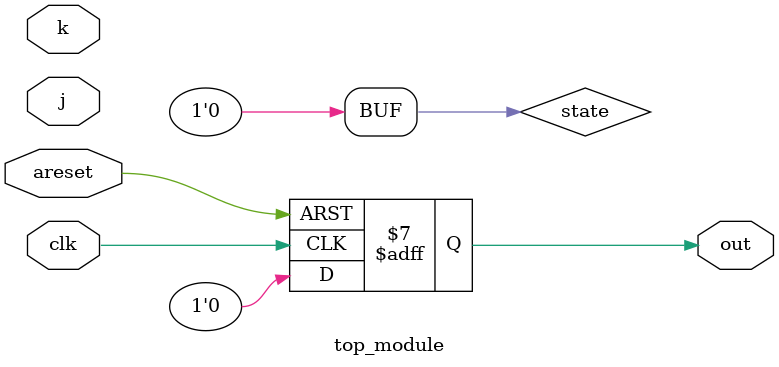
<source format=sv>
module top_module (
    input clk,
    input j,
    input k,
    input areset,
    output reg out
);

reg state;
parameter A = 1'b0, B = 1'b1;

// Combinational block to determine next state
always @(*) begin
    case (state)
        A: state = j ? B : A;
        B: state = k ? A : B;
        default: state = A;
    endcase
end

// Clocked block to update state and output
always @(posedge clk or posedge areset) begin
    if (areset) begin
        state <= A;
        out <= 1'b0;
    end
    else begin
        state <= state;
        out <= (state == B) ? 1'b1 : 1'b0;
    end
end

endmodule

</source>
